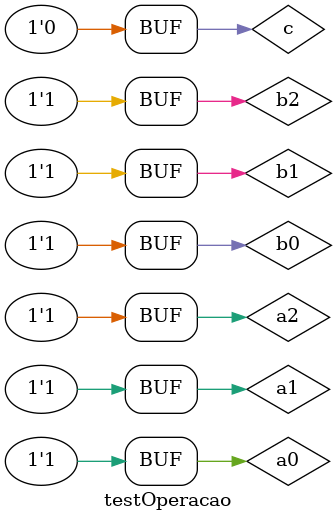
<source format=v>


module meiaSoma(s0, s1, a, b);

output s0, s1;
input a, b;

wire s2, s3, s4, s5, s6, s7;

nand NAND1 (s2, a, a);
nand NAND2 (s3, b, b);
nand NAND3 (s4, a, b);
nand NAND4 (s5, s2, s3);
nand NAND5 (s6, a, b);
nand NAND6 (s1, s4, s4);
nand NAND7 (s7, s5, s6);
nand NAND8 (s0, s7, s7);

endmodule 

// ------------
// -- porta OR 
// ------------

module orNandGate (s0, a, b);
output s0;
input a, b;

wire s1, s2;

nand (s1, a, a);
nand (s2, b, b);
nand (s0, s1, s2);

endmodule 

//-----------------
//-- Soma Completa
//-----------------

module somaCompleta(s0, s1, a, b, c);
input a, b, c;
output s0, s1;

wire s2, s3, s4;

meiaSoma MS0 (s2, s3, a ,b);
meiaSoma MS1 (s0, s4, s2, c);
orNandGate OR1 (s1, s3, s4);

endmodule 

// ------------
// -- porta Xor
// ------------

module xorNandGate (s0, a, b);
output s0;
input a, b;

wire s1, s2, s3;

nand NAND1 (s1, a, b);
nand NAND2 (s2, s1, a);
nand NAND3 (s3, s1, b);
nand NAND4 (s0 ,s2, s3);

endmodule 

// ------------
// -- Operacao
// ------------

module operacao (s00, s10, s20, s30, a0, a1, a2, b0, b1, b2, c);
output s00, s10, s20, s30;
input a0, a1, a2, b0, b1, b2, c;

wire s0, s1, s2, s01, s11, s21;

xorNandGate XOR0 (s0, b0, c);
somaCompleta SC0 (s00, s01, a0, s0, c);
xorNandGate XOR1 (s1, b1, c);
somaCompleta SC1 (s10, s11, a1, s1, s01);
xorNandGate XOR2 (s2, b2, c);
somaCompleta SC2 (s20, s21, a2, s2, s11);

assign s30 = s21;

endmodule // --fim module operacao

// ----------------
// -- test operacao
// ---------------- 

module testOperacao;
reg   a0, a1, a2, b0, b1, b2, c;
wire  s00, s10, s20, s30;

// -- instância
operacao OP1 (s00, s10, s20, s30, a0, a1, a2, b0, b1, b2, c);

initial begin:start
a0=0; a1=0; a2=0; b0=0; b1=0; b2=0; c=0;    
end

//-- parte principal
initial begin:main
$display("Guia 05 - Exercicio 04 - Eduardo de Abreu Fortes - 384047");
$display("Henrique Carvalho Parreira - 347133");
$display("Test Soma completa com 3 bits usando apenas portas NAND");
$display("\na2 a1 a0 + b2 b1 b0 = s30 s20 s10 s00\n");
$monitor("%b %b %b  +  %b %b %b  =  %b %b %b %b", a2, a1, a0, b2, b1, b0, s30, s20, s10, s00);
#1 a0=0; a1=0; a2=0; b0=0; b1=0; b2=1;
#1 a0=0; a1=0; a2=0; b0=0; b1=1; b2=0;
#1 a0=0; a1=0; a2=0; b0=0; b1=1; b2=1;
#1 a0=0; a1=0; a2=0; b0=1; b1=0; b2=0;
#1 a0=0; a1=0; a2=0; b0=1; b1=0; b2=1;
#1 a0=0; a1=0; a2=0; b0=1; b1=1; b2=0;
#1 a0=0; a1=0; a2=0; b0=1; b1=1; b2=1;
#1 a0=0; a1=0; a2=1; b0=0; b1=0; b2=0;
#1 a0=0; a1=0; a2=1; b0=0; b1=0; b2=1;
#1 a0=0; a1=0; a2=1; b0=0; b1=1; b2=0;
#1 a0=0; a1=0; a2=1; b0=0; b1=1; b2=1;
#1 a0=0; a1=0; a2=1; b0=1; b1=0; b2=0;
#1 a0=0; a1=0; a2=1; b0=1; b1=0; b2=1;
#1 a0=0; a1=0; a2=1; b0=1; b1=1; b2=0;
#1 a0=0; a1=0; a2=1; b0=1; b1=1; b2=1;
#1 a0=0; a1=1; a2=0; b0=0; b1=0; b2=0;
#1 a0=0; a1=1; a2=0; b0=0; b1=0; b2=1;
#1 a0=0; a1=1; a2=0; b0=0; b1=1; b2=0;
#1 a0=0; a1=1; a2=0; b0=0; b1=1; b2=1;
#1 a0=0; a1=1; a2=0; b0=1; b1=0; b2=0;
#1 a0=0; a1=1; a2=0; b0=1; b1=0; b2=1;
#1 a0=0; a1=1; a2=0; b0=1; b1=1; b2=0;
#1 a0=0; a1=1; a2=0; b0=1; b1=1; b2=1;
#1 a0=0; a1=1; a2=1; b0=0; b1=0; b2=0;
#1 a0=0; a1=1; a2=1; b0=0; b1=0; b2=1;
#1 a0=0; a1=1; a2=1; b0=0; b1=1; b2=0;
#1 a0=0; a1=1; a2=1; b0=0; b1=1; b2=1;
#1 a0=0; a1=1; a2=1; b0=1; b1=0; b2=0;
#1 a0=0; a1=1; a2=1; b0=1; b1=0; b2=1;
#1 a0=0; a1=1; a2=1; b0=1; b1=1; b2=0;
#1 a0=0; a1=1; a2=1; b0=1; b1=1; b2=1;
#1 a0=1; a1=0; a2=0; b0=0; b1=0; b2=0;
#1 a0=1; a1=0; a2=0; b0=0; b1=0; b2=1;
#1 a0=1; a1=0; a2=0; b0=0; b1=1; b2=0;
#1 a0=1; a1=0; a2=0; b0=0; b1=1; b2=1;
#1 a0=1; a1=0; a2=0; b0=1; b1=0; b2=0;
#1 a0=1; a1=0; a2=0; b0=1; b1=0; b2=1;
#1 a0=1; a1=0; a2=0; b0=1; b1=1; b2=0;
#1 a0=1; a1=0; a2=0; b0=1; b1=1; b2=1;
#1 a0=1; a1=0; a2=1; b0=0; b1=0; b2=0;
#1 a0=1; a1=0; a2=1; b0=0; b1=0; b2=1;
#1 a0=1; a1=0; a2=1; b0=0; b1=1; b2=0;
#1 a0=1; a1=0; a2=1; b0=0; b1=1; b2=1;
#1 a0=1; a1=0; a2=1; b0=1; b1=0; b2=0;
#1 a0=1; a1=0; a2=1; b0=1; b1=0; b2=1;
#1 a0=1; a1=0; a2=1; b0=1; b1=1; b2=0;
#1 a0=1; a1=0; a2=1; b0=1; b1=1; b2=1;
#1 a0=1; a1=1; a2=0; b0=0; b1=0; b2=0;
#1 a0=1; a1=1; a2=0; b0=0; b1=0; b2=1;
#1 a0=1; a1=1; a2=0; b0=0; b1=1; b2=0;
#1 a0=1; a1=1; a2=0; b0=0; b1=1; b2=1;
#1 a0=1; a1=1; a2=0; b0=1; b1=0; b2=0;
#1 a0=1; a1=1; a2=0; b0=1; b1=0; b2=1;
#1 a0=1; a1=1; a2=0; b0=1; b1=1; b2=0;
#1 a0=1; a1=1; a2=0; b0=1; b1=1; b2=1;
#1 a0=1; a1=1; a2=1; b0=0; b1=0; b2=0;
#1 a0=1; a1=1; a2=1; b0=0; b1=0; b2=1;
#1 a0=1; a1=1; a2=1; b0=0; b1=1; b2=0;
#1 a0=1; a1=1; a2=1; b0=0; b1=1; b2=1;
#1 a0=1; a1=1; a2=1; b0=1; b1=0; b2=0;
#1 a0=1; a1=1; a2=1; b0=1; b1=0; b2=1;
#1 a0=1; a1=1; a2=1; b0=1; b1=1; b2=0;
#1 a0=1; a1=1; a2=1; b0=1; b1=1; b2=1;

end
 
endmodule // --fim module operacao


</source>
